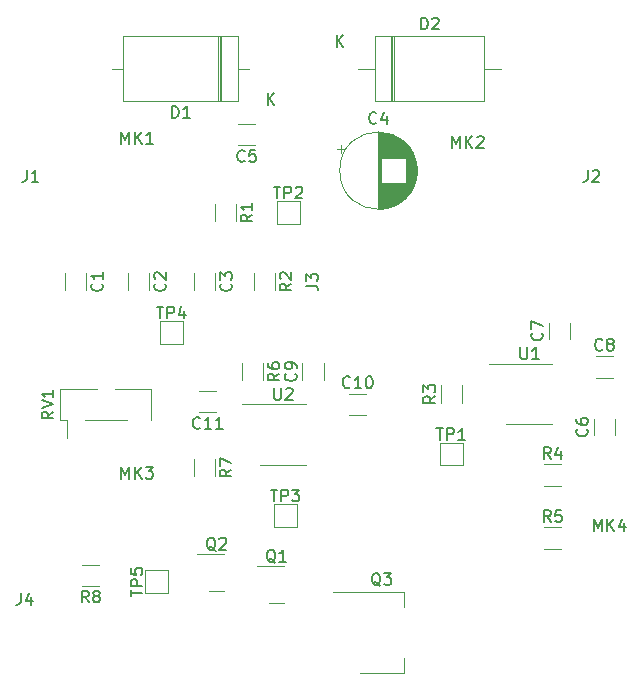
<source format=gbr>
%TF.GenerationSoftware,KiCad,Pcbnew,(6.0.1-0)*%
%TF.CreationDate,2022-01-18T10:49:35+01:00*%
%TF.ProjectId,pwm_driver,70776d5f-6472-4697-9665-722e6b696361,1*%
%TF.SameCoordinates,Original*%
%TF.FileFunction,Legend,Top*%
%TF.FilePolarity,Positive*%
%FSLAX46Y46*%
G04 Gerber Fmt 4.6, Leading zero omitted, Abs format (unit mm)*
G04 Created by KiCad (PCBNEW (6.0.1-0)) date 2022-01-18 10:49:35*
%MOMM*%
%LPD*%
G01*
G04 APERTURE LIST*
%ADD10C,0.150000*%
%ADD11C,0.120000*%
G04 APERTURE END LIST*
D10*
%TO.C,MK1*%
X86385476Y-92899380D02*
X86385476Y-91899380D01*
X86718809Y-92613666D01*
X87052142Y-91899380D01*
X87052142Y-92899380D01*
X87528333Y-92899380D02*
X87528333Y-91899380D01*
X88099761Y-92899380D02*
X87671190Y-92327952D01*
X88099761Y-91899380D02*
X87528333Y-92470809D01*
X89052142Y-92899380D02*
X88480714Y-92899380D01*
X88766428Y-92899380D02*
X88766428Y-91899380D01*
X88671190Y-92042238D01*
X88575952Y-92137476D01*
X88480714Y-92185095D01*
%TO.C,MK2*%
X114385476Y-93249380D02*
X114385476Y-92249380D01*
X114718809Y-92963666D01*
X115052142Y-92249380D01*
X115052142Y-93249380D01*
X115528333Y-93249380D02*
X115528333Y-92249380D01*
X116099761Y-93249380D02*
X115671190Y-92677952D01*
X116099761Y-92249380D02*
X115528333Y-92820809D01*
X116480714Y-92344619D02*
X116528333Y-92297000D01*
X116623571Y-92249380D01*
X116861666Y-92249380D01*
X116956904Y-92297000D01*
X117004523Y-92344619D01*
X117052142Y-92439857D01*
X117052142Y-92535095D01*
X117004523Y-92677952D01*
X116433095Y-93249380D01*
X117052142Y-93249380D01*
%TO.C,MK3*%
X86385476Y-121249380D02*
X86385476Y-120249380D01*
X86718809Y-120963666D01*
X87052142Y-120249380D01*
X87052142Y-121249380D01*
X87528333Y-121249380D02*
X87528333Y-120249380D01*
X88099761Y-121249380D02*
X87671190Y-120677952D01*
X88099761Y-120249380D02*
X87528333Y-120820809D01*
X88433095Y-120249380D02*
X89052142Y-120249380D01*
X88718809Y-120630333D01*
X88861666Y-120630333D01*
X88956904Y-120677952D01*
X89004523Y-120725571D01*
X89052142Y-120820809D01*
X89052142Y-121058904D01*
X89004523Y-121154142D01*
X88956904Y-121201761D01*
X88861666Y-121249380D01*
X88575952Y-121249380D01*
X88480714Y-121201761D01*
X88433095Y-121154142D01*
%TO.C,MK4*%
X126388476Y-125694380D02*
X126388476Y-124694380D01*
X126721809Y-125408666D01*
X127055142Y-124694380D01*
X127055142Y-125694380D01*
X127531333Y-125694380D02*
X127531333Y-124694380D01*
X128102761Y-125694380D02*
X127674190Y-125122952D01*
X128102761Y-124694380D02*
X127531333Y-125265809D01*
X128959904Y-125027714D02*
X128959904Y-125694380D01*
X128721809Y-124646761D02*
X128483714Y-125361047D01*
X129102761Y-125361047D01*
%TO.C,R6*%
X99760380Y-112358666D02*
X99284190Y-112692000D01*
X99760380Y-112930095D02*
X98760380Y-112930095D01*
X98760380Y-112549142D01*
X98808000Y-112453904D01*
X98855619Y-112406285D01*
X98950857Y-112358666D01*
X99093714Y-112358666D01*
X99188952Y-112406285D01*
X99236571Y-112453904D01*
X99284190Y-112549142D01*
X99284190Y-112930095D01*
X98760380Y-111501523D02*
X98760380Y-111692000D01*
X98808000Y-111787238D01*
X98855619Y-111834857D01*
X98998476Y-111930095D01*
X99188952Y-111977714D01*
X99569904Y-111977714D01*
X99665142Y-111930095D01*
X99712761Y-111882476D01*
X99760380Y-111787238D01*
X99760380Y-111596761D01*
X99712761Y-111501523D01*
X99665142Y-111453904D01*
X99569904Y-111406285D01*
X99331809Y-111406285D01*
X99236571Y-111453904D01*
X99188952Y-111501523D01*
X99141333Y-111596761D01*
X99141333Y-111787238D01*
X99188952Y-111882476D01*
X99236571Y-111930095D01*
X99331809Y-111977714D01*
%TO.C,C6*%
X125778142Y-117057666D02*
X125825761Y-117105285D01*
X125873380Y-117248142D01*
X125873380Y-117343380D01*
X125825761Y-117486238D01*
X125730523Y-117581476D01*
X125635285Y-117629095D01*
X125444809Y-117676714D01*
X125301952Y-117676714D01*
X125111476Y-117629095D01*
X125016238Y-117581476D01*
X124921000Y-117486238D01*
X124873380Y-117343380D01*
X124873380Y-117248142D01*
X124921000Y-117105285D01*
X124968619Y-117057666D01*
X124873380Y-116200523D02*
X124873380Y-116391000D01*
X124921000Y-116486238D01*
X124968619Y-116533857D01*
X125111476Y-116629095D01*
X125301952Y-116676714D01*
X125682904Y-116676714D01*
X125778142Y-116629095D01*
X125825761Y-116581476D01*
X125873380Y-116486238D01*
X125873380Y-116295761D01*
X125825761Y-116200523D01*
X125778142Y-116152904D01*
X125682904Y-116105285D01*
X125444809Y-116105285D01*
X125349571Y-116152904D01*
X125301952Y-116200523D01*
X125254333Y-116295761D01*
X125254333Y-116486238D01*
X125301952Y-116581476D01*
X125349571Y-116629095D01*
X125444809Y-116676714D01*
%TO.C,R2*%
X100776380Y-104738666D02*
X100300190Y-105072000D01*
X100776380Y-105310095D02*
X99776380Y-105310095D01*
X99776380Y-104929142D01*
X99824000Y-104833904D01*
X99871619Y-104786285D01*
X99966857Y-104738666D01*
X100109714Y-104738666D01*
X100204952Y-104786285D01*
X100252571Y-104833904D01*
X100300190Y-104929142D01*
X100300190Y-105310095D01*
X99871619Y-104357714D02*
X99824000Y-104310095D01*
X99776380Y-104214857D01*
X99776380Y-103976761D01*
X99824000Y-103881523D01*
X99871619Y-103833904D01*
X99966857Y-103786285D01*
X100062095Y-103786285D01*
X100204952Y-103833904D01*
X100776380Y-104405333D01*
X100776380Y-103786285D01*
%TO.C,C7*%
X121968142Y-108929666D02*
X122015761Y-108977285D01*
X122063380Y-109120142D01*
X122063380Y-109215380D01*
X122015761Y-109358238D01*
X121920523Y-109453476D01*
X121825285Y-109501095D01*
X121634809Y-109548714D01*
X121491952Y-109548714D01*
X121301476Y-109501095D01*
X121206238Y-109453476D01*
X121111000Y-109358238D01*
X121063380Y-109215380D01*
X121063380Y-109120142D01*
X121111000Y-108977285D01*
X121158619Y-108929666D01*
X121063380Y-108596333D02*
X121063380Y-107929666D01*
X122063380Y-108358238D01*
%TO.C,TP2*%
X99274095Y-96534380D02*
X99845523Y-96534380D01*
X99559809Y-97534380D02*
X99559809Y-96534380D01*
X100178857Y-97534380D02*
X100178857Y-96534380D01*
X100559809Y-96534380D01*
X100655047Y-96582000D01*
X100702666Y-96629619D01*
X100750285Y-96724857D01*
X100750285Y-96867714D01*
X100702666Y-96962952D01*
X100655047Y-97010571D01*
X100559809Y-97058190D01*
X100178857Y-97058190D01*
X101131238Y-96629619D02*
X101178857Y-96582000D01*
X101274095Y-96534380D01*
X101512190Y-96534380D01*
X101607428Y-96582000D01*
X101655047Y-96629619D01*
X101702666Y-96724857D01*
X101702666Y-96820095D01*
X101655047Y-96962952D01*
X101083619Y-97534380D01*
X101702666Y-97534380D01*
%TO.C,Q2*%
X94348761Y-127357619D02*
X94253523Y-127310000D01*
X94158285Y-127214761D01*
X94015428Y-127071904D01*
X93920190Y-127024285D01*
X93824952Y-127024285D01*
X93872571Y-127262380D02*
X93777333Y-127214761D01*
X93682095Y-127119523D01*
X93634476Y-126929047D01*
X93634476Y-126595714D01*
X93682095Y-126405238D01*
X93777333Y-126310000D01*
X93872571Y-126262380D01*
X94063047Y-126262380D01*
X94158285Y-126310000D01*
X94253523Y-126405238D01*
X94301142Y-126595714D01*
X94301142Y-126929047D01*
X94253523Y-127119523D01*
X94158285Y-127214761D01*
X94063047Y-127262380D01*
X93872571Y-127262380D01*
X94682095Y-126357619D02*
X94729714Y-126310000D01*
X94824952Y-126262380D01*
X95063047Y-126262380D01*
X95158285Y-126310000D01*
X95205904Y-126357619D01*
X95253523Y-126452857D01*
X95253523Y-126548095D01*
X95205904Y-126690952D01*
X94634476Y-127262380D01*
X95253523Y-127262380D01*
%TO.C,C1*%
X84709142Y-104738666D02*
X84756761Y-104786285D01*
X84804380Y-104929142D01*
X84804380Y-105024380D01*
X84756761Y-105167238D01*
X84661523Y-105262476D01*
X84566285Y-105310095D01*
X84375809Y-105357714D01*
X84232952Y-105357714D01*
X84042476Y-105310095D01*
X83947238Y-105262476D01*
X83852000Y-105167238D01*
X83804380Y-105024380D01*
X83804380Y-104929142D01*
X83852000Y-104786285D01*
X83899619Y-104738666D01*
X84804380Y-103786285D02*
X84804380Y-104357714D01*
X84804380Y-104072000D02*
X83804380Y-104072000D01*
X83947238Y-104167238D01*
X84042476Y-104262476D01*
X84090095Y-104357714D01*
%TO.C,TP3*%
X99020095Y-122188380D02*
X99591523Y-122188380D01*
X99305809Y-123188380D02*
X99305809Y-122188380D01*
X99924857Y-123188380D02*
X99924857Y-122188380D01*
X100305809Y-122188380D01*
X100401047Y-122236000D01*
X100448666Y-122283619D01*
X100496285Y-122378857D01*
X100496285Y-122521714D01*
X100448666Y-122616952D01*
X100401047Y-122664571D01*
X100305809Y-122712190D01*
X99924857Y-122712190D01*
X100829619Y-122188380D02*
X101448666Y-122188380D01*
X101115333Y-122569333D01*
X101258190Y-122569333D01*
X101353428Y-122616952D01*
X101401047Y-122664571D01*
X101448666Y-122759809D01*
X101448666Y-122997904D01*
X101401047Y-123093142D01*
X101353428Y-123140761D01*
X101258190Y-123188380D01*
X100972476Y-123188380D01*
X100877238Y-123140761D01*
X100829619Y-123093142D01*
%TO.C,C4*%
X107969333Y-91131142D02*
X107921714Y-91178761D01*
X107778857Y-91226380D01*
X107683619Y-91226380D01*
X107540761Y-91178761D01*
X107445523Y-91083523D01*
X107397904Y-90988285D01*
X107350285Y-90797809D01*
X107350285Y-90654952D01*
X107397904Y-90464476D01*
X107445523Y-90369238D01*
X107540761Y-90274000D01*
X107683619Y-90226380D01*
X107778857Y-90226380D01*
X107921714Y-90274000D01*
X107969333Y-90321619D01*
X108826476Y-90559714D02*
X108826476Y-91226380D01*
X108588380Y-90178761D02*
X108350285Y-90893047D01*
X108969333Y-90893047D01*
%TO.C,R8*%
X83605333Y-131736380D02*
X83272000Y-131260190D01*
X83033904Y-131736380D02*
X83033904Y-130736380D01*
X83414857Y-130736380D01*
X83510095Y-130784000D01*
X83557714Y-130831619D01*
X83605333Y-130926857D01*
X83605333Y-131069714D01*
X83557714Y-131164952D01*
X83510095Y-131212571D01*
X83414857Y-131260190D01*
X83033904Y-131260190D01*
X84176761Y-131164952D02*
X84081523Y-131117333D01*
X84033904Y-131069714D01*
X83986285Y-130974476D01*
X83986285Y-130926857D01*
X84033904Y-130831619D01*
X84081523Y-130784000D01*
X84176761Y-130736380D01*
X84367238Y-130736380D01*
X84462476Y-130784000D01*
X84510095Y-130831619D01*
X84557714Y-130926857D01*
X84557714Y-130974476D01*
X84510095Y-131069714D01*
X84462476Y-131117333D01*
X84367238Y-131164952D01*
X84176761Y-131164952D01*
X84081523Y-131212571D01*
X84033904Y-131260190D01*
X83986285Y-131355428D01*
X83986285Y-131545904D01*
X84033904Y-131641142D01*
X84081523Y-131688761D01*
X84176761Y-131736380D01*
X84367238Y-131736380D01*
X84462476Y-131688761D01*
X84510095Y-131641142D01*
X84557714Y-131545904D01*
X84557714Y-131355428D01*
X84510095Y-131260190D01*
X84462476Y-131212571D01*
X84367238Y-131164952D01*
%TO.C,C8*%
X127104333Y-110318142D02*
X127056714Y-110365761D01*
X126913857Y-110413380D01*
X126818619Y-110413380D01*
X126675761Y-110365761D01*
X126580523Y-110270523D01*
X126532904Y-110175285D01*
X126485285Y-109984809D01*
X126485285Y-109841952D01*
X126532904Y-109651476D01*
X126580523Y-109556238D01*
X126675761Y-109461000D01*
X126818619Y-109413380D01*
X126913857Y-109413380D01*
X127056714Y-109461000D01*
X127104333Y-109508619D01*
X127675761Y-109841952D02*
X127580523Y-109794333D01*
X127532904Y-109746714D01*
X127485285Y-109651476D01*
X127485285Y-109603857D01*
X127532904Y-109508619D01*
X127580523Y-109461000D01*
X127675761Y-109413380D01*
X127866238Y-109413380D01*
X127961476Y-109461000D01*
X128009095Y-109508619D01*
X128056714Y-109603857D01*
X128056714Y-109651476D01*
X128009095Y-109746714D01*
X127961476Y-109794333D01*
X127866238Y-109841952D01*
X127675761Y-109841952D01*
X127580523Y-109889571D01*
X127532904Y-109937190D01*
X127485285Y-110032428D01*
X127485285Y-110222904D01*
X127532904Y-110318142D01*
X127580523Y-110365761D01*
X127675761Y-110413380D01*
X127866238Y-110413380D01*
X127961476Y-110365761D01*
X128009095Y-110318142D01*
X128056714Y-110222904D01*
X128056714Y-110032428D01*
X128009095Y-109937190D01*
X127961476Y-109889571D01*
X127866238Y-109841952D01*
%TO.C,R4*%
X122721333Y-119587380D02*
X122388000Y-119111190D01*
X122149904Y-119587380D02*
X122149904Y-118587380D01*
X122530857Y-118587380D01*
X122626095Y-118635000D01*
X122673714Y-118682619D01*
X122721333Y-118777857D01*
X122721333Y-118920714D01*
X122673714Y-119015952D01*
X122626095Y-119063571D01*
X122530857Y-119111190D01*
X122149904Y-119111190D01*
X123578476Y-118920714D02*
X123578476Y-119587380D01*
X123340380Y-118539761D02*
X123102285Y-119254047D01*
X123721333Y-119254047D01*
%TO.C,Q1*%
X99424761Y-128373619D02*
X99329523Y-128326000D01*
X99234285Y-128230761D01*
X99091428Y-128087904D01*
X98996190Y-128040285D01*
X98900952Y-128040285D01*
X98948571Y-128278380D02*
X98853333Y-128230761D01*
X98758095Y-128135523D01*
X98710476Y-127945047D01*
X98710476Y-127611714D01*
X98758095Y-127421238D01*
X98853333Y-127326000D01*
X98948571Y-127278380D01*
X99139047Y-127278380D01*
X99234285Y-127326000D01*
X99329523Y-127421238D01*
X99377142Y-127611714D01*
X99377142Y-127945047D01*
X99329523Y-128135523D01*
X99234285Y-128230761D01*
X99139047Y-128278380D01*
X98948571Y-128278380D01*
X100329523Y-128278380D02*
X99758095Y-128278380D01*
X100043809Y-128278380D02*
X100043809Y-127278380D01*
X99948571Y-127421238D01*
X99853333Y-127516476D01*
X99758095Y-127564095D01*
%TO.C,J3*%
X102020380Y-104905333D02*
X102734666Y-104905333D01*
X102877523Y-104952952D01*
X102972761Y-105048190D01*
X103020380Y-105191047D01*
X103020380Y-105286285D01*
X102020380Y-104524380D02*
X102020380Y-103905333D01*
X102401333Y-104238666D01*
X102401333Y-104095809D01*
X102448952Y-104000571D01*
X102496571Y-103952952D01*
X102591809Y-103905333D01*
X102829904Y-103905333D01*
X102925142Y-103952952D01*
X102972761Y-104000571D01*
X103020380Y-104095809D01*
X103020380Y-104381523D01*
X102972761Y-104476761D01*
X102925142Y-104524380D01*
%TO.C,R7*%
X95696380Y-120486666D02*
X95220190Y-120820000D01*
X95696380Y-121058095D02*
X94696380Y-121058095D01*
X94696380Y-120677142D01*
X94744000Y-120581904D01*
X94791619Y-120534285D01*
X94886857Y-120486666D01*
X95029714Y-120486666D01*
X95124952Y-120534285D01*
X95172571Y-120581904D01*
X95220190Y-120677142D01*
X95220190Y-121058095D01*
X94696380Y-120153333D02*
X94696380Y-119486666D01*
X95696380Y-119915238D01*
%TO.C,C10*%
X105735142Y-113493142D02*
X105687523Y-113540761D01*
X105544666Y-113588380D01*
X105449428Y-113588380D01*
X105306571Y-113540761D01*
X105211333Y-113445523D01*
X105163714Y-113350285D01*
X105116095Y-113159809D01*
X105116095Y-113016952D01*
X105163714Y-112826476D01*
X105211333Y-112731238D01*
X105306571Y-112636000D01*
X105449428Y-112588380D01*
X105544666Y-112588380D01*
X105687523Y-112636000D01*
X105735142Y-112683619D01*
X106687523Y-113588380D02*
X106116095Y-113588380D01*
X106401809Y-113588380D02*
X106401809Y-112588380D01*
X106306571Y-112731238D01*
X106211333Y-112826476D01*
X106116095Y-112874095D01*
X107306571Y-112588380D02*
X107401809Y-112588380D01*
X107497047Y-112636000D01*
X107544666Y-112683619D01*
X107592285Y-112778857D01*
X107639904Y-112969333D01*
X107639904Y-113207428D01*
X107592285Y-113397904D01*
X107544666Y-113493142D01*
X107497047Y-113540761D01*
X107401809Y-113588380D01*
X107306571Y-113588380D01*
X107211333Y-113540761D01*
X107163714Y-113493142D01*
X107116095Y-113397904D01*
X107068476Y-113207428D01*
X107068476Y-112969333D01*
X107116095Y-112778857D01*
X107163714Y-112683619D01*
X107211333Y-112636000D01*
X107306571Y-112588380D01*
%TO.C,C3*%
X95631142Y-104738666D02*
X95678761Y-104786285D01*
X95726380Y-104929142D01*
X95726380Y-105024380D01*
X95678761Y-105167238D01*
X95583523Y-105262476D01*
X95488285Y-105310095D01*
X95297809Y-105357714D01*
X95154952Y-105357714D01*
X94964476Y-105310095D01*
X94869238Y-105262476D01*
X94774000Y-105167238D01*
X94726380Y-105024380D01*
X94726380Y-104929142D01*
X94774000Y-104786285D01*
X94821619Y-104738666D01*
X94726380Y-104405333D02*
X94726380Y-103786285D01*
X95107333Y-104119619D01*
X95107333Y-103976761D01*
X95154952Y-103881523D01*
X95202571Y-103833904D01*
X95297809Y-103786285D01*
X95535904Y-103786285D01*
X95631142Y-103833904D01*
X95678761Y-103881523D01*
X95726380Y-103976761D01*
X95726380Y-104262476D01*
X95678761Y-104357714D01*
X95631142Y-104405333D01*
%TO.C,J2*%
X125856666Y-95134380D02*
X125856666Y-95848666D01*
X125809047Y-95991523D01*
X125713809Y-96086761D01*
X125570952Y-96134380D01*
X125475714Y-96134380D01*
X126285238Y-95229619D02*
X126332857Y-95182000D01*
X126428095Y-95134380D01*
X126666190Y-95134380D01*
X126761428Y-95182000D01*
X126809047Y-95229619D01*
X126856666Y-95324857D01*
X126856666Y-95420095D01*
X126809047Y-95562952D01*
X126237619Y-96134380D01*
X126856666Y-96134380D01*
%TO.C,D2*%
X111735904Y-83220380D02*
X111735904Y-82220380D01*
X111974000Y-82220380D01*
X112116857Y-82268000D01*
X112212095Y-82363238D01*
X112259714Y-82458476D01*
X112307333Y-82648952D01*
X112307333Y-82791809D01*
X112259714Y-82982285D01*
X112212095Y-83077523D01*
X112116857Y-83172761D01*
X111974000Y-83220380D01*
X111735904Y-83220380D01*
X112688285Y-82315619D02*
X112735904Y-82268000D01*
X112831142Y-82220380D01*
X113069238Y-82220380D01*
X113164476Y-82268000D01*
X113212095Y-82315619D01*
X113259714Y-82410857D01*
X113259714Y-82506095D01*
X113212095Y-82648952D01*
X112640666Y-83220380D01*
X113259714Y-83220380D01*
X104592095Y-84690380D02*
X104592095Y-83690380D01*
X105163523Y-84690380D02*
X104734952Y-84118952D01*
X105163523Y-83690380D02*
X104592095Y-84261809D01*
%TO.C,J1*%
X78358666Y-95134380D02*
X78358666Y-95848666D01*
X78311047Y-95991523D01*
X78215809Y-96086761D01*
X78072952Y-96134380D01*
X77977714Y-96134380D01*
X79358666Y-96134380D02*
X78787238Y-96134380D01*
X79072952Y-96134380D02*
X79072952Y-95134380D01*
X78977714Y-95277238D01*
X78882476Y-95372476D01*
X78787238Y-95420095D01*
%TO.C,J4*%
X77850666Y-130948380D02*
X77850666Y-131662666D01*
X77803047Y-131805523D01*
X77707809Y-131900761D01*
X77564952Y-131948380D01*
X77469714Y-131948380D01*
X78755428Y-131281714D02*
X78755428Y-131948380D01*
X78517333Y-130900761D02*
X78279238Y-131615047D01*
X78898285Y-131615047D01*
%TO.C,R1*%
X97474380Y-98896666D02*
X96998190Y-99230000D01*
X97474380Y-99468095D02*
X96474380Y-99468095D01*
X96474380Y-99087142D01*
X96522000Y-98991904D01*
X96569619Y-98944285D01*
X96664857Y-98896666D01*
X96807714Y-98896666D01*
X96902952Y-98944285D01*
X96950571Y-98991904D01*
X96998190Y-99087142D01*
X96998190Y-99468095D01*
X97474380Y-97944285D02*
X97474380Y-98515714D01*
X97474380Y-98230000D02*
X96474380Y-98230000D01*
X96617238Y-98325238D01*
X96712476Y-98420476D01*
X96760095Y-98515714D01*
%TO.C,RV1*%
X80624380Y-115581238D02*
X80148190Y-115914571D01*
X80624380Y-116152666D02*
X79624380Y-116152666D01*
X79624380Y-115771714D01*
X79672000Y-115676476D01*
X79719619Y-115628857D01*
X79814857Y-115581238D01*
X79957714Y-115581238D01*
X80052952Y-115628857D01*
X80100571Y-115676476D01*
X80148190Y-115771714D01*
X80148190Y-116152666D01*
X79624380Y-115295523D02*
X80624380Y-114962190D01*
X79624380Y-114628857D01*
X80624380Y-113771714D02*
X80624380Y-114343142D01*
X80624380Y-114057428D02*
X79624380Y-114057428D01*
X79767238Y-114152666D01*
X79862476Y-114247904D01*
X79910095Y-114343142D01*
%TO.C,U1*%
X120159095Y-110149380D02*
X120159095Y-110958904D01*
X120206714Y-111054142D01*
X120254333Y-111101761D01*
X120349571Y-111149380D01*
X120540047Y-111149380D01*
X120635285Y-111101761D01*
X120682904Y-111054142D01*
X120730523Y-110958904D01*
X120730523Y-110149380D01*
X121730523Y-111149380D02*
X121159095Y-111149380D01*
X121444809Y-111149380D02*
X121444809Y-110149380D01*
X121349571Y-110292238D01*
X121254333Y-110387476D01*
X121159095Y-110435095D01*
%TO.C,C2*%
X90043142Y-104738666D02*
X90090761Y-104786285D01*
X90138380Y-104929142D01*
X90138380Y-105024380D01*
X90090761Y-105167238D01*
X89995523Y-105262476D01*
X89900285Y-105310095D01*
X89709809Y-105357714D01*
X89566952Y-105357714D01*
X89376476Y-105310095D01*
X89281238Y-105262476D01*
X89186000Y-105167238D01*
X89138380Y-105024380D01*
X89138380Y-104929142D01*
X89186000Y-104786285D01*
X89233619Y-104738666D01*
X89233619Y-104357714D02*
X89186000Y-104310095D01*
X89138380Y-104214857D01*
X89138380Y-103976761D01*
X89186000Y-103881523D01*
X89233619Y-103833904D01*
X89328857Y-103786285D01*
X89424095Y-103786285D01*
X89566952Y-103833904D01*
X90138380Y-104405333D01*
X90138380Y-103786285D01*
%TO.C,C11*%
X93035142Y-116939142D02*
X92987523Y-116986761D01*
X92844666Y-117034380D01*
X92749428Y-117034380D01*
X92606571Y-116986761D01*
X92511333Y-116891523D01*
X92463714Y-116796285D01*
X92416095Y-116605809D01*
X92416095Y-116462952D01*
X92463714Y-116272476D01*
X92511333Y-116177238D01*
X92606571Y-116082000D01*
X92749428Y-116034380D01*
X92844666Y-116034380D01*
X92987523Y-116082000D01*
X93035142Y-116129619D01*
X93987523Y-117034380D02*
X93416095Y-117034380D01*
X93701809Y-117034380D02*
X93701809Y-116034380D01*
X93606571Y-116177238D01*
X93511333Y-116272476D01*
X93416095Y-116320095D01*
X94939904Y-117034380D02*
X94368476Y-117034380D01*
X94654190Y-117034380D02*
X94654190Y-116034380D01*
X94558952Y-116177238D01*
X94463714Y-116272476D01*
X94368476Y-116320095D01*
%TO.C,Q3*%
X108314761Y-130337619D02*
X108219523Y-130290000D01*
X108124285Y-130194761D01*
X107981428Y-130051904D01*
X107886190Y-130004285D01*
X107790952Y-130004285D01*
X107838571Y-130242380D02*
X107743333Y-130194761D01*
X107648095Y-130099523D01*
X107600476Y-129909047D01*
X107600476Y-129575714D01*
X107648095Y-129385238D01*
X107743333Y-129290000D01*
X107838571Y-129242380D01*
X108029047Y-129242380D01*
X108124285Y-129290000D01*
X108219523Y-129385238D01*
X108267142Y-129575714D01*
X108267142Y-129909047D01*
X108219523Y-130099523D01*
X108124285Y-130194761D01*
X108029047Y-130242380D01*
X107838571Y-130242380D01*
X108600476Y-129242380D02*
X109219523Y-129242380D01*
X108886190Y-129623333D01*
X109029047Y-129623333D01*
X109124285Y-129670952D01*
X109171904Y-129718571D01*
X109219523Y-129813809D01*
X109219523Y-130051904D01*
X109171904Y-130147142D01*
X109124285Y-130194761D01*
X109029047Y-130242380D01*
X108743333Y-130242380D01*
X108648095Y-130194761D01*
X108600476Y-130147142D01*
%TO.C,C5*%
X96813333Y-94333142D02*
X96765714Y-94380761D01*
X96622857Y-94428380D01*
X96527619Y-94428380D01*
X96384761Y-94380761D01*
X96289523Y-94285523D01*
X96241904Y-94190285D01*
X96194285Y-93999809D01*
X96194285Y-93856952D01*
X96241904Y-93666476D01*
X96289523Y-93571238D01*
X96384761Y-93476000D01*
X96527619Y-93428380D01*
X96622857Y-93428380D01*
X96765714Y-93476000D01*
X96813333Y-93523619D01*
X97718095Y-93428380D02*
X97241904Y-93428380D01*
X97194285Y-93904571D01*
X97241904Y-93856952D01*
X97337142Y-93809333D01*
X97575238Y-93809333D01*
X97670476Y-93856952D01*
X97718095Y-93904571D01*
X97765714Y-93999809D01*
X97765714Y-94237904D01*
X97718095Y-94333142D01*
X97670476Y-94380761D01*
X97575238Y-94428380D01*
X97337142Y-94428380D01*
X97241904Y-94380761D01*
X97194285Y-94333142D01*
%TO.C,TP1*%
X113055095Y-116981380D02*
X113626523Y-116981380D01*
X113340809Y-117981380D02*
X113340809Y-116981380D01*
X113959857Y-117981380D02*
X113959857Y-116981380D01*
X114340809Y-116981380D01*
X114436047Y-117029000D01*
X114483666Y-117076619D01*
X114531285Y-117171857D01*
X114531285Y-117314714D01*
X114483666Y-117409952D01*
X114436047Y-117457571D01*
X114340809Y-117505190D01*
X113959857Y-117505190D01*
X115483666Y-117981380D02*
X114912238Y-117981380D01*
X115197952Y-117981380D02*
X115197952Y-116981380D01*
X115102714Y-117124238D01*
X115007476Y-117219476D01*
X114912238Y-117267095D01*
%TO.C,TP4*%
X89368095Y-106694380D02*
X89939523Y-106694380D01*
X89653809Y-107694380D02*
X89653809Y-106694380D01*
X90272857Y-107694380D02*
X90272857Y-106694380D01*
X90653809Y-106694380D01*
X90749047Y-106742000D01*
X90796666Y-106789619D01*
X90844285Y-106884857D01*
X90844285Y-107027714D01*
X90796666Y-107122952D01*
X90749047Y-107170571D01*
X90653809Y-107218190D01*
X90272857Y-107218190D01*
X91701428Y-107027714D02*
X91701428Y-107694380D01*
X91463333Y-106646761D02*
X91225238Y-107361047D01*
X91844285Y-107361047D01*
%TO.C,U2*%
X99304595Y-113578380D02*
X99304595Y-114387904D01*
X99352214Y-114483142D01*
X99399833Y-114530761D01*
X99495071Y-114578380D01*
X99685547Y-114578380D01*
X99780785Y-114530761D01*
X99828404Y-114483142D01*
X99876023Y-114387904D01*
X99876023Y-113578380D01*
X100304595Y-113673619D02*
X100352214Y-113626000D01*
X100447452Y-113578380D01*
X100685547Y-113578380D01*
X100780785Y-113626000D01*
X100828404Y-113673619D01*
X100876023Y-113768857D01*
X100876023Y-113864095D01*
X100828404Y-114006952D01*
X100256976Y-114578380D01*
X100876023Y-114578380D01*
%TO.C,R5*%
X122721333Y-124921380D02*
X122388000Y-124445190D01*
X122149904Y-124921380D02*
X122149904Y-123921380D01*
X122530857Y-123921380D01*
X122626095Y-123969000D01*
X122673714Y-124016619D01*
X122721333Y-124111857D01*
X122721333Y-124254714D01*
X122673714Y-124349952D01*
X122626095Y-124397571D01*
X122530857Y-124445190D01*
X122149904Y-124445190D01*
X123626095Y-123921380D02*
X123149904Y-123921380D01*
X123102285Y-124397571D01*
X123149904Y-124349952D01*
X123245142Y-124302333D01*
X123483238Y-124302333D01*
X123578476Y-124349952D01*
X123626095Y-124397571D01*
X123673714Y-124492809D01*
X123673714Y-124730904D01*
X123626095Y-124826142D01*
X123578476Y-124873761D01*
X123483238Y-124921380D01*
X123245142Y-124921380D01*
X123149904Y-124873761D01*
X123102285Y-124826142D01*
%TO.C,R3*%
X112949380Y-114263666D02*
X112473190Y-114597000D01*
X112949380Y-114835095D02*
X111949380Y-114835095D01*
X111949380Y-114454142D01*
X111997000Y-114358904D01*
X112044619Y-114311285D01*
X112139857Y-114263666D01*
X112282714Y-114263666D01*
X112377952Y-114311285D01*
X112425571Y-114358904D01*
X112473190Y-114454142D01*
X112473190Y-114835095D01*
X111949380Y-113930333D02*
X111949380Y-113311285D01*
X112330333Y-113644619D01*
X112330333Y-113501761D01*
X112377952Y-113406523D01*
X112425571Y-113358904D01*
X112520809Y-113311285D01*
X112758904Y-113311285D01*
X112854142Y-113358904D01*
X112901761Y-113406523D01*
X112949380Y-113501761D01*
X112949380Y-113787476D01*
X112901761Y-113882714D01*
X112854142Y-113930333D01*
%TO.C,D1*%
X90653904Y-90710380D02*
X90653904Y-89710380D01*
X90892000Y-89710380D01*
X91034857Y-89758000D01*
X91130095Y-89853238D01*
X91177714Y-89948476D01*
X91225333Y-90138952D01*
X91225333Y-90281809D01*
X91177714Y-90472285D01*
X91130095Y-90567523D01*
X91034857Y-90662761D01*
X90892000Y-90710380D01*
X90653904Y-90710380D01*
X92177714Y-90710380D02*
X91606285Y-90710380D01*
X91892000Y-90710380D02*
X91892000Y-89710380D01*
X91796761Y-89853238D01*
X91701523Y-89948476D01*
X91606285Y-89996095D01*
X98750095Y-89590380D02*
X98750095Y-88590380D01*
X99321523Y-89590380D02*
X98892952Y-89018952D01*
X99321523Y-88590380D02*
X98750095Y-89161809D01*
%TO.C,C9*%
X101113642Y-112358666D02*
X101161261Y-112406285D01*
X101208880Y-112549142D01*
X101208880Y-112644380D01*
X101161261Y-112787238D01*
X101066023Y-112882476D01*
X100970785Y-112930095D01*
X100780309Y-112977714D01*
X100637452Y-112977714D01*
X100446976Y-112930095D01*
X100351738Y-112882476D01*
X100256500Y-112787238D01*
X100208880Y-112644380D01*
X100208880Y-112549142D01*
X100256500Y-112406285D01*
X100304119Y-112358666D01*
X101208880Y-111882476D02*
X101208880Y-111692000D01*
X101161261Y-111596761D01*
X101113642Y-111549142D01*
X100970785Y-111453904D01*
X100780309Y-111406285D01*
X100399357Y-111406285D01*
X100304119Y-111453904D01*
X100256500Y-111501523D01*
X100208880Y-111596761D01*
X100208880Y-111787238D01*
X100256500Y-111882476D01*
X100304119Y-111930095D01*
X100399357Y-111977714D01*
X100637452Y-111977714D01*
X100732690Y-111930095D01*
X100780309Y-111882476D01*
X100827928Y-111787238D01*
X100827928Y-111596761D01*
X100780309Y-111501523D01*
X100732690Y-111453904D01*
X100637452Y-111406285D01*
%TO.C,TP5*%
X87164380Y-131233904D02*
X87164380Y-130662476D01*
X88164380Y-130948190D02*
X87164380Y-130948190D01*
X88164380Y-130329142D02*
X87164380Y-130329142D01*
X87164380Y-129948190D01*
X87212000Y-129852952D01*
X87259619Y-129805333D01*
X87354857Y-129757714D01*
X87497714Y-129757714D01*
X87592952Y-129805333D01*
X87640571Y-129852952D01*
X87688190Y-129948190D01*
X87688190Y-130329142D01*
X87164380Y-128852952D02*
X87164380Y-129329142D01*
X87640571Y-129376761D01*
X87592952Y-129329142D01*
X87545333Y-129233904D01*
X87545333Y-128995809D01*
X87592952Y-128900571D01*
X87640571Y-128852952D01*
X87735809Y-128805333D01*
X87973904Y-128805333D01*
X88069142Y-128852952D01*
X88116761Y-128900571D01*
X88164380Y-128995809D01*
X88164380Y-129233904D01*
X88116761Y-129329142D01*
X88069142Y-129376761D01*
D11*
%TO.C,R6*%
X96578000Y-111464936D02*
X96578000Y-112919064D01*
X98398000Y-111464936D02*
X98398000Y-112919064D01*
%TO.C,C6*%
X128181000Y-117602252D02*
X128181000Y-116179748D01*
X126361000Y-117602252D02*
X126361000Y-116179748D01*
%TO.C,R2*%
X99414000Y-103844936D02*
X99414000Y-105299064D01*
X97594000Y-103844936D02*
X97594000Y-105299064D01*
%TO.C,C7*%
X122551000Y-109474252D02*
X122551000Y-108051748D01*
X124371000Y-109474252D02*
X124371000Y-108051748D01*
%TO.C,TP2*%
X101486000Y-99680000D02*
X99586000Y-99680000D01*
X99586000Y-99680000D02*
X99586000Y-97780000D01*
X101486000Y-97780000D02*
X101486000Y-99680000D01*
X99586000Y-97780000D02*
X101486000Y-97780000D01*
%TO.C,Q2*%
X94444000Y-130770000D02*
X95094000Y-130770000D01*
X94444000Y-127650000D02*
X92769000Y-127650000D01*
X94444000Y-130770000D02*
X93794000Y-130770000D01*
X94444000Y-127650000D02*
X95094000Y-127650000D01*
%TO.C,C1*%
X83412000Y-103860748D02*
X83412000Y-105283252D01*
X81592000Y-103860748D02*
X81592000Y-105283252D01*
%TO.C,TP3*%
X99332000Y-123434000D02*
X101232000Y-123434000D01*
X99332000Y-125334000D02*
X99332000Y-123434000D01*
X101232000Y-123434000D02*
X101232000Y-125334000D01*
X101232000Y-125334000D02*
X99332000Y-125334000D01*
%TO.C,C4*%
X108536000Y-91968000D02*
X108536000Y-94134000D01*
X109617000Y-92298000D02*
X109617000Y-94134000D01*
X108176000Y-91944000D02*
X108176000Y-98404000D01*
X110217000Y-92690000D02*
X110217000Y-94134000D01*
X110257000Y-92724000D02*
X110257000Y-94134000D01*
X110017000Y-92538000D02*
X110017000Y-94134000D01*
X110897000Y-93460000D02*
X110897000Y-96888000D01*
X109217000Y-96214000D02*
X109217000Y-98221000D01*
X110297000Y-96214000D02*
X110297000Y-97590000D01*
X108296000Y-91947000D02*
X108296000Y-98401000D01*
X109817000Y-92408000D02*
X109817000Y-94134000D01*
X110057000Y-92567000D02*
X110057000Y-94134000D01*
X108857000Y-92024000D02*
X108857000Y-94134000D01*
X108816000Y-96214000D02*
X108816000Y-98333000D01*
X110297000Y-92758000D02*
X110297000Y-94134000D01*
X110017000Y-96214000D02*
X110017000Y-97810000D01*
X111217000Y-94115000D02*
X111217000Y-96233000D01*
X109097000Y-92088000D02*
X109097000Y-94134000D01*
X110097000Y-96214000D02*
X110097000Y-97752000D01*
X110417000Y-96214000D02*
X110417000Y-97479000D01*
X109337000Y-96214000D02*
X109337000Y-98176000D01*
X109457000Y-96214000D02*
X109457000Y-98126000D01*
X111377000Y-94772000D02*
X111377000Y-95576000D01*
X108336000Y-91950000D02*
X108336000Y-98398000D01*
X109257000Y-96214000D02*
X109257000Y-98207000D01*
X110057000Y-96214000D02*
X110057000Y-97781000D01*
X109697000Y-96214000D02*
X109697000Y-98008000D01*
X110337000Y-92794000D02*
X110337000Y-94134000D01*
X108776000Y-96214000D02*
X108776000Y-98341000D01*
X110537000Y-92992000D02*
X110537000Y-97356000D01*
X108696000Y-96214000D02*
X108696000Y-98356000D01*
X110977000Y-93593000D02*
X110977000Y-96755000D01*
X108216000Y-91944000D02*
X108216000Y-98404000D01*
X108776000Y-92007000D02*
X108776000Y-94134000D01*
X110217000Y-96214000D02*
X110217000Y-97658000D01*
X108736000Y-96214000D02*
X108736000Y-98349000D01*
X109017000Y-96214000D02*
X109017000Y-98284000D01*
X111097000Y-93824000D02*
X111097000Y-96524000D01*
X109897000Y-92458000D02*
X109897000Y-94134000D01*
X109497000Y-96214000D02*
X109497000Y-98108000D01*
X109217000Y-92127000D02*
X109217000Y-94134000D01*
X110697000Y-93179000D02*
X110697000Y-97169000D01*
X111057000Y-93742000D02*
X111057000Y-96606000D01*
X109977000Y-92510000D02*
X109977000Y-94134000D01*
X109177000Y-96214000D02*
X109177000Y-98235000D01*
X110377000Y-96214000D02*
X110377000Y-97517000D01*
X108136000Y-91944000D02*
X108136000Y-98404000D01*
X109497000Y-92240000D02*
X109497000Y-94134000D01*
X109377000Y-92188000D02*
X109377000Y-94134000D01*
X108897000Y-92033000D02*
X108897000Y-94134000D01*
X109297000Y-92156000D02*
X109297000Y-94134000D01*
X111297000Y-94372000D02*
X111297000Y-95976000D01*
X108937000Y-96214000D02*
X108937000Y-98305000D01*
X104950759Y-93020000D02*
X104950759Y-93650000D01*
X111017000Y-93665000D02*
X111017000Y-96683000D01*
X109137000Y-96214000D02*
X109137000Y-98248000D01*
X109817000Y-96214000D02*
X109817000Y-97940000D01*
X109057000Y-96214000D02*
X109057000Y-98272000D01*
X110137000Y-96214000D02*
X110137000Y-97722000D01*
X108937000Y-92043000D02*
X108937000Y-94134000D01*
X108816000Y-92015000D02*
X108816000Y-94134000D01*
X110417000Y-92869000D02*
X110417000Y-94134000D01*
X108897000Y-96214000D02*
X108897000Y-98315000D01*
X109097000Y-96214000D02*
X109097000Y-98260000D01*
X108416000Y-96214000D02*
X108416000Y-98392000D01*
X108376000Y-96214000D02*
X108376000Y-98396000D01*
X109337000Y-92172000D02*
X109337000Y-94134000D01*
X109537000Y-92258000D02*
X109537000Y-94134000D01*
X110177000Y-92658000D02*
X110177000Y-94134000D01*
X110377000Y-92831000D02*
X110377000Y-94134000D01*
X110177000Y-96214000D02*
X110177000Y-97690000D01*
X109137000Y-92100000D02*
X109137000Y-94134000D01*
X110777000Y-93284000D02*
X110777000Y-97064000D01*
X110937000Y-93524000D02*
X110937000Y-96824000D01*
X109457000Y-92222000D02*
X109457000Y-94134000D01*
X110257000Y-96214000D02*
X110257000Y-97624000D01*
X109857000Y-96214000D02*
X109857000Y-97916000D01*
X108977000Y-92053000D02*
X108977000Y-94134000D01*
X110097000Y-92596000D02*
X110097000Y-94134000D01*
X108496000Y-96214000D02*
X108496000Y-98385000D01*
X109257000Y-92141000D02*
X109257000Y-94134000D01*
X110497000Y-92950000D02*
X110497000Y-97398000D01*
X109057000Y-92076000D02*
X109057000Y-94134000D01*
X109937000Y-96214000D02*
X109937000Y-97864000D01*
X109417000Y-92204000D02*
X109417000Y-94134000D01*
X110577000Y-93037000D02*
X110577000Y-97311000D01*
X109937000Y-92484000D02*
X109937000Y-94134000D01*
X108416000Y-91956000D02*
X108416000Y-94134000D01*
X108536000Y-96214000D02*
X108536000Y-98380000D01*
X110857000Y-93398000D02*
X110857000Y-96950000D01*
X109577000Y-96214000D02*
X109577000Y-98070000D01*
X108977000Y-96214000D02*
X108977000Y-98295000D01*
X110617000Y-93082000D02*
X110617000Y-97266000D01*
X110137000Y-92626000D02*
X110137000Y-94134000D01*
X108857000Y-96214000D02*
X108857000Y-98324000D01*
X109857000Y-92432000D02*
X109857000Y-94134000D01*
X110817000Y-93340000D02*
X110817000Y-97008000D01*
X109017000Y-92064000D02*
X109017000Y-94134000D01*
X108656000Y-91985000D02*
X108656000Y-94134000D01*
X109617000Y-96214000D02*
X109617000Y-98050000D01*
X109377000Y-96214000D02*
X109377000Y-98160000D01*
X108656000Y-96214000D02*
X108656000Y-98363000D01*
X109777000Y-96214000D02*
X109777000Y-97964000D01*
X109737000Y-96214000D02*
X109737000Y-97986000D01*
X109537000Y-96214000D02*
X109537000Y-98090000D01*
X109657000Y-92318000D02*
X109657000Y-94134000D01*
X111177000Y-94009000D02*
X111177000Y-96339000D01*
X108456000Y-91959000D02*
X108456000Y-94134000D01*
X108376000Y-91952000D02*
X108376000Y-94134000D01*
X109897000Y-96214000D02*
X109897000Y-97890000D01*
X109697000Y-92340000D02*
X109697000Y-94134000D01*
X108456000Y-96214000D02*
X108456000Y-98389000D01*
X108696000Y-91992000D02*
X108696000Y-94134000D01*
X111137000Y-93912000D02*
X111137000Y-96436000D01*
X108576000Y-91973000D02*
X108576000Y-94134000D01*
X108576000Y-96214000D02*
X108576000Y-98375000D01*
X108616000Y-96214000D02*
X108616000Y-98369000D01*
X104635759Y-93335000D02*
X105265759Y-93335000D01*
X109977000Y-96214000D02*
X109977000Y-97838000D01*
X110457000Y-92909000D02*
X110457000Y-97439000D01*
X109577000Y-92278000D02*
X109577000Y-94134000D01*
X111257000Y-94234000D02*
X111257000Y-96114000D01*
X110337000Y-96214000D02*
X110337000Y-97554000D01*
X109417000Y-96214000D02*
X109417000Y-98144000D01*
X108736000Y-91999000D02*
X108736000Y-94134000D01*
X108496000Y-91963000D02*
X108496000Y-94134000D01*
X111337000Y-94541000D02*
X111337000Y-95807000D01*
X108256000Y-91946000D02*
X108256000Y-98402000D01*
X110657000Y-93130000D02*
X110657000Y-97218000D01*
X108616000Y-91979000D02*
X108616000Y-94134000D01*
X109177000Y-92113000D02*
X109177000Y-94134000D01*
X109737000Y-92362000D02*
X109737000Y-94134000D01*
X109657000Y-96214000D02*
X109657000Y-98030000D01*
X109777000Y-92384000D02*
X109777000Y-94134000D01*
X109297000Y-96214000D02*
X109297000Y-98192000D01*
X110737000Y-93230000D02*
X110737000Y-97118000D01*
X111406000Y-95174000D02*
G75*
G03*
X111406000Y-95174000I-3270000J0D01*
G01*
%TO.C,R8*%
X84499064Y-130374000D02*
X83044936Y-130374000D01*
X84499064Y-128554000D02*
X83044936Y-128554000D01*
%TO.C,C8*%
X126559748Y-112721000D02*
X127982252Y-112721000D01*
X126559748Y-110901000D02*
X127982252Y-110901000D01*
%TO.C,R4*%
X122160936Y-120045000D02*
X123615064Y-120045000D01*
X122160936Y-121865000D02*
X123615064Y-121865000D01*
%TO.C,Q1*%
X99520000Y-128666000D02*
X97845000Y-128666000D01*
X99520000Y-128666000D02*
X100170000Y-128666000D01*
X99520000Y-131786000D02*
X100170000Y-131786000D01*
X99520000Y-131786000D02*
X98870000Y-131786000D01*
%TO.C,R7*%
X94334000Y-119592936D02*
X94334000Y-121047064D01*
X92514000Y-119592936D02*
X92514000Y-121047064D01*
%TO.C,C10*%
X105666748Y-114076000D02*
X107089252Y-114076000D01*
X105666748Y-115896000D02*
X107089252Y-115896000D01*
%TO.C,C3*%
X94334000Y-103860748D02*
X94334000Y-105283252D01*
X92514000Y-103860748D02*
X92514000Y-105283252D01*
%TO.C,D2*%
X118554000Y-86538000D02*
X117094000Y-86538000D01*
X117094000Y-83768000D02*
X107854000Y-83768000D01*
X109324000Y-83768000D02*
X109324000Y-89308000D01*
X117094000Y-89308000D02*
X117094000Y-83768000D01*
X109444000Y-83768000D02*
X109444000Y-89308000D01*
X109204000Y-83768000D02*
X109204000Y-89308000D01*
X106394000Y-86538000D02*
X107854000Y-86538000D01*
X107854000Y-83768000D02*
X107854000Y-89308000D01*
X107854000Y-89308000D02*
X117094000Y-89308000D01*
%TO.C,R1*%
X96112000Y-98002936D02*
X96112000Y-99457064D01*
X94292000Y-98002936D02*
X94292000Y-99457064D01*
%TO.C,RV1*%
X83262000Y-116316000D02*
X86822000Y-116316000D01*
X81172000Y-113656000D02*
X84282000Y-113656000D01*
X85802000Y-113656000D02*
X88912000Y-113656000D01*
X81172000Y-116316000D02*
X81742000Y-116316000D01*
X88342000Y-113656000D02*
X88912000Y-113656000D01*
X81742000Y-116316000D02*
X81742000Y-117836000D01*
X88912000Y-116316000D02*
X88912000Y-113656000D01*
X81172000Y-116316000D02*
X81172000Y-113656000D01*
%TO.C,U1*%
X120921000Y-116657000D02*
X118971000Y-116657000D01*
X120921000Y-111537000D02*
X122871000Y-111537000D01*
X120921000Y-116657000D02*
X122871000Y-116657000D01*
X120921000Y-111537000D02*
X117471000Y-111537000D01*
%TO.C,C2*%
X86926000Y-103860748D02*
X86926000Y-105283252D01*
X88746000Y-103860748D02*
X88746000Y-105283252D01*
%TO.C,C11*%
X94389252Y-113822000D02*
X92966748Y-113822000D01*
X94389252Y-115642000D02*
X92966748Y-115642000D01*
%TO.C,Q3*%
X110320000Y-130880000D02*
X110320000Y-132140000D01*
X106560000Y-137700000D02*
X110320000Y-137700000D01*
X104310000Y-130880000D02*
X110320000Y-130880000D01*
X110320000Y-137700000D02*
X110320000Y-136440000D01*
%TO.C,C5*%
X97691252Y-91216000D02*
X96268748Y-91216000D01*
X97691252Y-93036000D02*
X96268748Y-93036000D01*
%TO.C,TP1*%
X113367000Y-120127000D02*
X113367000Y-118227000D01*
X113367000Y-118227000D02*
X115267000Y-118227000D01*
X115267000Y-118227000D02*
X115267000Y-120127000D01*
X115267000Y-120127000D02*
X113367000Y-120127000D01*
%TO.C,TP4*%
X91580000Y-107940000D02*
X91580000Y-109840000D01*
X89680000Y-107940000D02*
X91580000Y-107940000D01*
X89680000Y-109840000D02*
X89680000Y-107940000D01*
X91580000Y-109840000D02*
X89680000Y-109840000D01*
%TO.C,U2*%
X100066500Y-114966000D02*
X96616500Y-114966000D01*
X100066500Y-114966000D02*
X102016500Y-114966000D01*
X100066500Y-120086000D02*
X102016500Y-120086000D01*
X100066500Y-120086000D02*
X98116500Y-120086000D01*
%TO.C,R5*%
X122160936Y-125379000D02*
X123615064Y-125379000D01*
X122160936Y-127199000D02*
X123615064Y-127199000D01*
%TO.C,R3*%
X115227000Y-114824064D02*
X115227000Y-113369936D01*
X113407000Y-114824064D02*
X113407000Y-113369936D01*
%TO.C,D1*%
X94837000Y-89258000D02*
X94837000Y-83818000D01*
X94597000Y-89258000D02*
X94597000Y-83818000D01*
X94717000Y-89258000D02*
X94717000Y-83818000D01*
X96262000Y-83818000D02*
X86522000Y-83818000D01*
X86522000Y-89258000D02*
X96262000Y-89258000D01*
X86522000Y-83818000D02*
X86522000Y-89258000D01*
X85612000Y-86538000D02*
X86522000Y-86538000D01*
X96262000Y-89258000D02*
X96262000Y-83818000D01*
X97172000Y-86538000D02*
X96262000Y-86538000D01*
%TO.C,C9*%
X103516500Y-112903252D02*
X103516500Y-111480748D01*
X101696500Y-112903252D02*
X101696500Y-111480748D01*
%TO.C,TP5*%
X90310000Y-129022000D02*
X90310000Y-130922000D01*
X88410000Y-129022000D02*
X90310000Y-129022000D01*
X90310000Y-130922000D02*
X88410000Y-130922000D01*
X88410000Y-130922000D02*
X88410000Y-129022000D01*
%TD*%
M02*

</source>
